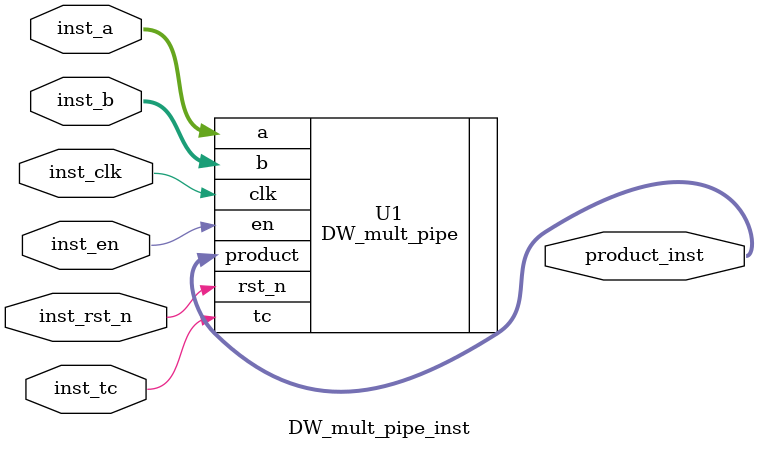
<source format=v>
module DW_mult_pipe_inst(inst_clk, inst_rst_n, inst_en, inst_tc, inst_a, inst_b, product_inst );
parameter inst_a_width = 16;
parameter inst_b_width = 16;  
parameter inst_num_stages = 2;  
parameter inst_stall_mode = 1;  
parameter inst_rst_mode = 1;  
parameter inst_op_iso_mode = 0;
input [inst_a_width-1 : 0] inst_a;
input [inst_b_width-1 : 0] inst_b;  
input inst_tc;  
input inst_clk;  
input inst_en;  
input inst_rst_n;  
output [inst_a_width+inst_b_width-1 : 0] product_inst;
// Instance of DW_mult_pipe  
DW_mult_pipe #(inst_a_width, inst_b_width, inst_num_stages, inst_stall_mode, inst_rst_mode, inst_op_iso_mode)
    U1 (.clk(inst_clk),
        .rst_n(inst_rst_n),
        .en(inst_en),        
        .tc(inst_tc),   
        .a(inst_a),   
        .b(inst_b),         
        .product(product_inst)
    );
endmodule
 
</source>
